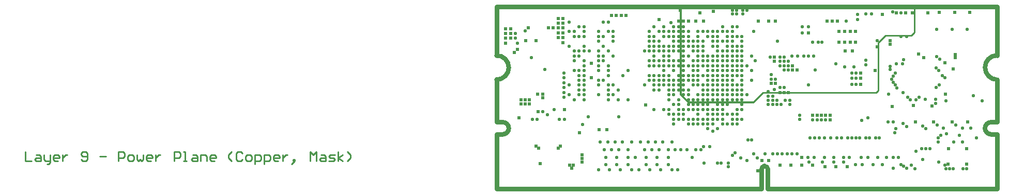
<source format=gbr>
G04 Layer_Physical_Order=9*
G04 Layer_Color=8421376*
%FSLAX24Y24*%
%MOIN*%
%TF.FileFunction,Copper,L9,Inr,Plane*%
%TF.Part,Single*%
G01*
G75*
%TA.AperFunction,NonConductor*%
%ADD55C,0.0100*%
%ADD63C,0.0300*%
%TA.AperFunction,ViaPad*%
%ADD64C,0.0220*%
%ADD65C,0.0240*%
%TA.AperFunction,TestPad*%
%ADD66C,0.0220*%
%TA.AperFunction,ViaPad*%
%ADD67C,0.0230*%
%TA.AperFunction,NonConductor*%
%ADD71C,0.0120*%
D55*
X16535Y5630D02*
X17165Y6260D01*
X23465D01*
X24843Y9724D02*
X25079Y9961D01*
X26732D01*
X26929Y10157D01*
Y11811D01*
X24488Y6260D02*
X24606Y6378D01*
Y9488D01*
X24843Y9724D01*
X23465Y6260D02*
X24488D01*
X-30400Y2400D02*
Y1800D01*
X-30000D01*
X-29700Y2200D02*
X-29500D01*
X-29400Y2100D01*
Y1800D01*
X-29700D01*
X-29800Y1900D01*
X-29700Y2000D01*
X-29400D01*
X-29200Y2200D02*
Y1900D01*
X-29100Y1800D01*
X-28801D01*
Y1700D01*
X-28900Y1600D01*
X-29000D01*
X-28801Y1800D02*
Y2200D01*
X-28301Y1800D02*
X-28501D01*
X-28601Y1900D01*
Y2100D01*
X-28501Y2200D01*
X-28301D01*
X-28201Y2100D01*
Y2000D01*
X-28601D01*
X-28001Y2200D02*
Y1800D01*
Y2000D01*
X-27901Y2100D01*
X-27801Y2200D01*
X-27701D01*
X-26801Y1900D02*
X-26701Y1800D01*
X-26501D01*
X-26401Y1900D01*
Y2300D01*
X-26501Y2400D01*
X-26701D01*
X-26801Y2300D01*
Y2200D01*
X-26701Y2100D01*
X-26401D01*
X-25602D02*
X-25202D01*
X-24402Y1800D02*
Y2400D01*
X-24102D01*
X-24002Y2300D01*
Y2100D01*
X-24102Y2000D01*
X-24402D01*
X-23702Y1800D02*
X-23502D01*
X-23402Y1900D01*
Y2100D01*
X-23502Y2200D01*
X-23702D01*
X-23802Y2100D01*
Y1900D01*
X-23702Y1800D01*
X-23202Y2200D02*
Y1900D01*
X-23102Y1800D01*
X-23002Y1900D01*
X-22902Y1800D01*
X-22802Y1900D01*
Y2200D01*
X-22303Y1800D02*
X-22503D01*
X-22603Y1900D01*
Y2100D01*
X-22503Y2200D01*
X-22303D01*
X-22203Y2100D01*
Y2000D01*
X-22603D01*
X-22003Y2200D02*
Y1800D01*
Y2000D01*
X-21903Y2100D01*
X-21803Y2200D01*
X-21703D01*
X-20803Y1800D02*
Y2400D01*
X-20503D01*
X-20403Y2300D01*
Y2100D01*
X-20503Y2000D01*
X-20803D01*
X-20203Y1800D02*
X-20003D01*
X-20103D01*
Y2400D01*
X-20203D01*
X-19603Y2200D02*
X-19404D01*
X-19304Y2100D01*
Y1800D01*
X-19603D01*
X-19703Y1900D01*
X-19603Y2000D01*
X-19304D01*
X-19104Y1800D02*
Y2200D01*
X-18804D01*
X-18704Y2100D01*
Y1800D01*
X-18204D02*
X-18404D01*
X-18504Y1900D01*
Y2100D01*
X-18404Y2200D01*
X-18204D01*
X-18104Y2100D01*
Y2000D01*
X-18504D01*
X-17104Y1800D02*
X-17304Y2000D01*
Y2200D01*
X-17104Y2400D01*
X-16405Y2300D02*
X-16504Y2400D01*
X-16704D01*
X-16804Y2300D01*
Y1900D01*
X-16704Y1800D01*
X-16504D01*
X-16405Y1900D01*
X-16105Y1800D02*
X-15905D01*
X-15805Y1900D01*
Y2100D01*
X-15905Y2200D01*
X-16105D01*
X-16205Y2100D01*
Y1900D01*
X-16105Y1800D01*
X-15605Y1600D02*
Y2200D01*
X-15305D01*
X-15205Y2100D01*
Y1900D01*
X-15305Y1800D01*
X-15605D01*
X-15005Y1600D02*
Y2200D01*
X-14705D01*
X-14605Y2100D01*
Y1900D01*
X-14705Y1800D01*
X-15005D01*
X-14105D02*
X-14305D01*
X-14405Y1900D01*
Y2100D01*
X-14305Y2200D01*
X-14105D01*
X-14005Y2100D01*
Y2000D01*
X-14405D01*
X-13805Y2200D02*
Y1800D01*
Y2000D01*
X-13705Y2100D01*
X-13605Y2200D01*
X-13505D01*
X-13106Y1700D02*
X-13006Y1800D01*
Y1900D01*
X-13106D01*
Y1800D01*
X-13006D01*
X-13106Y1700D01*
X-13206Y1600D01*
X-12006Y1800D02*
Y2400D01*
X-11806Y2200D01*
X-11606Y2400D01*
Y1800D01*
X-11306Y2200D02*
X-11106D01*
X-11006Y2100D01*
Y1800D01*
X-11306D01*
X-11406Y1900D01*
X-11306Y2000D01*
X-11006D01*
X-10806Y1800D02*
X-10506D01*
X-10406Y1900D01*
X-10506Y2000D01*
X-10706D01*
X-10806Y2100D01*
X-10706Y2200D01*
X-10406D01*
X-10207Y1800D02*
Y2400D01*
Y2000D02*
X-9907Y2200D01*
X-10207Y2000D02*
X-9907Y1800D01*
X-9607D02*
X-9407Y2000D01*
Y2200D01*
X-9607Y2400D01*
D63*
X394Y3543D02*
G03*
X787Y3937I0J394D01*
G01*
D02*
G03*
X394Y4331I-394J0D01*
G01*
X0Y7087D02*
G03*
X787Y7874I0J787D01*
G01*
D02*
G03*
X0Y8661I-787J0D01*
G01*
X32283D02*
G03*
X31496Y7874I0J-787D01*
G01*
D02*
G03*
X32283Y7087I787J0D01*
G01*
X31890Y4331D02*
G03*
X31496Y3937I0J-394D01*
G01*
D02*
G03*
X31890Y3543I394J0D01*
G01*
X17480Y1299D02*
G03*
X17283Y1496I-197J0D01*
G01*
X17283D02*
G03*
X17087Y1299I0J-197D01*
G01*
X-0Y-0D02*
X0Y0D01*
X17087D01*
Y1299D01*
X17283Y1496D02*
X17283D01*
X17480Y0D02*
Y1299D01*
Y0D02*
X32283D01*
Y3150D01*
Y3543D01*
X31890D02*
X32283D01*
X31890Y4331D02*
X32283D01*
Y7087D01*
X32283Y8661D02*
X32283D01*
Y11811D01*
X0D02*
X32283D01*
X0Y8661D02*
Y11811D01*
Y8661D02*
X0D01*
X0Y4331D02*
Y7087D01*
Y4331D02*
X394D01*
X0Y3543D02*
X394D01*
X0Y-0D02*
Y3543D01*
X-0Y-0D02*
X0Y-0D01*
D64*
X25591Y2047D02*
D03*
X25906D02*
D03*
X25157D02*
D03*
X22913Y3307D02*
D03*
X22638D02*
D03*
X22244D02*
D03*
X21929D02*
D03*
X21535D02*
D03*
X21142D02*
D03*
X20827D02*
D03*
X20512D02*
D03*
X20197D02*
D03*
X21024Y1732D02*
D03*
X17323Y2283D02*
D03*
X17795D02*
D03*
X18110D02*
D03*
X18425D02*
D03*
X18740D02*
D03*
X19055D02*
D03*
X19370D02*
D03*
X20079Y2047D02*
D03*
X20157Y1732D02*
D03*
X20472Y2047D02*
D03*
X21142D02*
D03*
X21732Y1732D02*
D03*
X22362Y2047D02*
D03*
Y1732D02*
D03*
X21732Y2047D02*
D03*
X22756D02*
D03*
X23504D02*
D03*
X23583Y1575D02*
D03*
X23150D02*
D03*
X24291D02*
D03*
X24567Y2047D02*
D03*
X23937D02*
D03*
X24882Y1575D02*
D03*
X16811Y2008D02*
D03*
X16575Y2283D02*
D03*
X15748Y2008D02*
D03*
X16142Y1850D02*
D03*
X13189Y2559D02*
D03*
X13346Y2756D02*
D03*
X12598Y2047D02*
D03*
X12835Y2559D02*
D03*
X11496D02*
D03*
X11693Y1260D02*
D03*
X11890Y2559D02*
D03*
X12283D02*
D03*
X11299Y3031D02*
D03*
X11063Y2047D02*
D03*
Y2559D02*
D03*
X10354Y2047D02*
D03*
X9646D02*
D03*
X8937D02*
D03*
X8701Y3031D02*
D03*
X8465Y2559D02*
D03*
Y2047D02*
D03*
X7756D02*
D03*
X7047D02*
D03*
X10472Y2559D02*
D03*
X10000D02*
D03*
X9528D02*
D03*
X7874D02*
D03*
X7402D02*
D03*
X6929D02*
D03*
X30748Y6063D02*
D03*
X30591Y3937D02*
D03*
X30945Y3307D02*
D03*
X22559Y10866D02*
D03*
X23031Y7913D02*
D03*
X21870Y8110D02*
D03*
X22441Y7913D02*
D03*
X12047Y10512D02*
D03*
X11732D02*
D03*
Y9882D02*
D03*
X11417Y9252D02*
D03*
X23268Y11299D02*
D03*
Y10984D02*
D03*
X12362Y10197D02*
D03*
X11417Y10512D02*
D03*
X23819Y8031D02*
D03*
Y8346D02*
D03*
X24173Y11339D02*
D03*
X26063Y9882D02*
D03*
X26457D02*
D03*
Y4055D02*
D03*
X26220Y4252D02*
D03*
X27677Y3898D02*
D03*
X27480Y4094D02*
D03*
X29606Y4134D02*
D03*
X28819Y3937D02*
D03*
X28425Y4134D02*
D03*
X30039Y3937D02*
D03*
X25591Y4331D02*
D03*
X15197Y2165D02*
D03*
X11417Y4213D02*
D03*
X24528Y9606D02*
D03*
X16220Y3189D02*
D03*
X16457D02*
D03*
X14961Y1457D02*
D03*
X27953Y2598D02*
D03*
X27402D02*
D03*
X27677D02*
D03*
X23819Y3307D02*
D03*
X23425D02*
D03*
X23189D02*
D03*
X24449D02*
D03*
X24055D02*
D03*
X24685D02*
D03*
X9843Y9882D02*
D03*
X11732Y5787D02*
D03*
X19528Y4764D02*
D03*
Y4528D02*
D03*
X11102Y9252D02*
D03*
X26063Y11417D02*
D03*
X19409Y8622D02*
D03*
X19803D02*
D03*
X20118D02*
D03*
X20433D02*
D03*
X19055D02*
D03*
X25669Y3661D02*
D03*
X28661Y3465D02*
D03*
X16457Y8622D02*
D03*
X15512Y8937D02*
D03*
X15827D02*
D03*
X14567Y8307D02*
D03*
X14882Y7992D02*
D03*
X14567D02*
D03*
X14882Y8307D02*
D03*
Y7677D02*
D03*
X15197Y8307D02*
D03*
X15512D02*
D03*
X15827D02*
D03*
X15197Y7677D02*
D03*
X16457D02*
D03*
X16142Y7992D02*
D03*
X16457Y7047D02*
D03*
X14252Y7992D02*
D03*
X15827Y7677D02*
D03*
Y7992D02*
D03*
X15512Y7677D02*
D03*
X13937Y8622D02*
D03*
X14567Y7677D02*
D03*
X15197Y7362D02*
D03*
X13937Y7992D02*
D03*
X14252Y7677D02*
D03*
X15827Y7047D02*
D03*
X14882Y7362D02*
D03*
Y7047D02*
D03*
X27047Y2441D02*
D03*
X15827Y8622D02*
D03*
X14882D02*
D03*
X15197D02*
D03*
X14567D02*
D03*
X15197Y9252D02*
D03*
X15512D02*
D03*
Y8622D02*
D03*
X26457Y1339D02*
D03*
X26732Y1535D02*
D03*
X26969Y1299D02*
D03*
X28465Y3031D02*
D03*
Y3307D02*
D03*
X28504Y1732D02*
D03*
X31299Y5709D02*
D03*
X11732Y9567D02*
D03*
X12047Y8937D02*
D03*
X12677Y9567D02*
D03*
Y9252D02*
D03*
X29843Y3465D02*
D03*
X29488Y3031D02*
D03*
X29016Y3583D02*
D03*
X13937Y9567D02*
D03*
Y10197D02*
D03*
X14252D02*
D03*
X14567Y10512D02*
D03*
X30039Y3031D02*
D03*
X20748Y9528D02*
D03*
X15197Y9882D02*
D03*
Y9567D02*
D03*
X14567Y10197D02*
D03*
X13622Y9882D02*
D03*
Y10197D02*
D03*
X14252Y9567D02*
D03*
X14882Y8937D02*
D03*
X15197D02*
D03*
X15827Y9882D02*
D03*
X18110Y9567D02*
D03*
X14882D02*
D03*
X20394Y9528D02*
D03*
X14567Y9567D02*
D03*
X13937Y9882D02*
D03*
X12047D02*
D03*
X13740Y2756D02*
D03*
X14488Y1693D02*
D03*
X14252D02*
D03*
X13386D02*
D03*
X15827Y5157D02*
D03*
X15512D02*
D03*
X15827Y6102D02*
D03*
Y6417D02*
D03*
X15512Y6102D02*
D03*
X15197Y6417D02*
D03*
X14567Y5157D02*
D03*
X15512Y4213D02*
D03*
X15197D02*
D03*
X15512Y4843D02*
D03*
Y4528D02*
D03*
X15197D02*
D03*
Y4843D02*
D03*
X14567Y4528D02*
D03*
Y4843D02*
D03*
X14882Y5787D02*
D03*
X14252Y4843D02*
D03*
Y4528D02*
D03*
X13937Y3740D02*
D03*
X13622Y5157D02*
D03*
Y3898D02*
D03*
Y4213D02*
D03*
X12992Y4843D02*
D03*
X12992Y5157D02*
D03*
Y4213D02*
D03*
X13307Y4528D02*
D03*
X12992D02*
D03*
X12362D02*
D03*
X12047D02*
D03*
X12677Y5472D02*
D03*
X11417Y4843D02*
D03*
Y4528D02*
D03*
X12362Y5157D02*
D03*
X8110Y3031D02*
D03*
X7638D02*
D03*
X7165D02*
D03*
X6693D02*
D03*
X14252Y5472D02*
D03*
X13937Y5787D02*
D03*
Y4843D02*
D03*
X13622D02*
D03*
Y5472D02*
D03*
X16575Y10197D02*
D03*
X25276Y6142D02*
D03*
X14567Y8937D02*
D03*
X19724Y10118D02*
D03*
X20118Y10512D02*
D03*
X19724D02*
D03*
X14252Y6102D02*
D03*
X13622Y4528D02*
D03*
Y5787D02*
D03*
X13307D02*
D03*
X12677D02*
D03*
X11417Y5472D02*
D03*
X11102Y5157D02*
D03*
X9173Y1260D02*
D03*
X9882D02*
D03*
X9646Y1575D02*
D03*
X10354D02*
D03*
X10591Y1260D02*
D03*
X11063Y1575D02*
D03*
X11299Y1260D02*
D03*
X8701D02*
D03*
X8465Y1575D02*
D03*
X7992Y1260D02*
D03*
X7756Y1575D02*
D03*
X7047D02*
D03*
X7283Y1260D02*
D03*
X6575D02*
D03*
X10787Y5157D02*
D03*
X13307Y6417D02*
D03*
X15197Y10512D02*
D03*
X13307Y10197D02*
D03*
X10157Y5157D02*
D03*
X4331Y7520D02*
D03*
Y7205D02*
D03*
Y6890D02*
D03*
Y6575D02*
D03*
Y6260D02*
D03*
Y5945D02*
D03*
X11102Y10197D02*
D03*
X6575Y9567D02*
D03*
X5315Y6732D02*
D03*
X10787Y7362D02*
D03*
Y7047D02*
D03*
X10472D02*
D03*
X10157Y6417D02*
D03*
X10787Y7677D02*
D03*
X11102Y6732D02*
D03*
X8465Y7677D02*
D03*
X5315Y6102D02*
D03*
X10787Y7992D02*
D03*
X10157Y7362D02*
D03*
X9843Y7047D02*
D03*
X5315Y6417D02*
D03*
X11102Y7362D02*
D03*
X5315Y7047D02*
D03*
X11417Y6417D02*
D03*
X8465Y5787D02*
D03*
X11102D02*
D03*
X10157Y6732D02*
D03*
X13307Y5472D02*
D03*
X15512Y6732D02*
D03*
X12047Y8307D02*
D03*
X11732Y8937D02*
D03*
X12992D02*
D03*
X12362Y6417D02*
D03*
X12047D02*
D03*
X12677Y7362D02*
D03*
X11732Y6417D02*
D03*
X5000Y9882D02*
D03*
X7520Y8622D02*
D03*
X10472Y6732D02*
D03*
X11102Y7047D02*
D03*
X10157D02*
D03*
X10787Y9252D02*
D03*
X7835Y5787D02*
D03*
X11102Y6417D02*
D03*
X5315Y7362D02*
D03*
X5000Y7677D02*
D03*
X9528Y6732D02*
D03*
X11102Y6102D02*
D03*
X10787Y6732D02*
D03*
X8150Y7362D02*
D03*
X10787Y8307D02*
D03*
Y8937D02*
D03*
X11417Y8307D02*
D03*
Y7992D02*
D03*
Y7677D02*
D03*
X7205Y8937D02*
D03*
X10787Y8622D02*
D03*
X5315Y8937D02*
D03*
X5630D02*
D03*
X10157Y8307D02*
D03*
X10472D02*
D03*
Y7992D02*
D03*
X10157D02*
D03*
X5000Y8937D02*
D03*
X5630Y8307D02*
D03*
X9843Y7992D02*
D03*
Y8307D02*
D03*
X6575Y8622D02*
D03*
X5630Y9252D02*
D03*
X10157D02*
D03*
X5315Y8622D02*
D03*
X6890Y9252D02*
D03*
X9843Y8937D02*
D03*
X9528D02*
D03*
X6575D02*
D03*
X10157Y8937D02*
D03*
X10472Y8937D02*
D03*
X11102D02*
D03*
X6890Y8307D02*
D03*
X5630Y9882D02*
D03*
X9843Y10197D02*
D03*
X10157Y9882D02*
D03*
Y9567D02*
D03*
X10472Y9252D02*
D03*
X6890Y10827D02*
D03*
X10787Y10197D02*
D03*
X5630Y10512D02*
D03*
X10157D02*
D03*
X6575Y10197D02*
D03*
Y9882D02*
D03*
X6890D02*
D03*
X5630Y10197D02*
D03*
X9843Y9567D02*
D03*
X5315Y10512D02*
D03*
X10787D02*
D03*
X5315Y9882D02*
D03*
X9843Y9252D02*
D03*
X7205Y10197D02*
D03*
X7835Y6417D02*
D03*
X9843Y7362D02*
D03*
X4055Y4528D02*
D03*
X4370D02*
D03*
X2992Y5000D02*
D03*
X5551Y4173D02*
D03*
X12362Y5472D02*
D03*
X11732Y5157D02*
D03*
Y4843D02*
D03*
X12677Y5157D02*
D03*
X2598Y4528D02*
D03*
X2323D02*
D03*
X12362Y4213D02*
D03*
X12677D02*
D03*
X11732Y4528D02*
D03*
X11102Y4843D02*
D03*
X7874Y4685D02*
D03*
X12047Y5157D02*
D03*
X5906Y4685D02*
D03*
X3701Y5157D02*
D03*
X11732Y9252D02*
D03*
X11260Y10787D02*
D03*
X1339Y9449D02*
D03*
X15197Y10197D02*
D03*
X15512Y9882D02*
D03*
X12992Y9567D02*
D03*
X25709Y7520D02*
D03*
X25591Y7323D02*
D03*
X25709Y6732D02*
D03*
X25827Y6535D02*
D03*
X25591Y6929D02*
D03*
X26220Y6260D02*
D03*
X14252Y9252D02*
D03*
Y8937D02*
D03*
X27244Y5945D02*
D03*
X27047Y5787D02*
D03*
X26693D02*
D03*
X26496Y5945D02*
D03*
X13937Y9252D02*
D03*
X12362Y9882D02*
D03*
X11102D02*
D03*
X12992Y9252D02*
D03*
X14882Y10197D02*
D03*
X15512Y10512D02*
D03*
X25472Y7126D02*
D03*
X14882Y9882D02*
D03*
X9291Y3031D02*
D03*
X9764D02*
D03*
X10236D02*
D03*
X10709D02*
D03*
X13307Y4213D02*
D03*
X28346Y6575D02*
D03*
X28543Y6732D02*
D03*
X28346Y7835D02*
D03*
X14252Y5787D02*
D03*
X14567Y5472D02*
D03*
X14882D02*
D03*
X13937Y4213D02*
D03*
Y4528D02*
D03*
X14252Y5157D02*
D03*
X14567Y4213D02*
D03*
X14882D02*
D03*
X14252Y3898D02*
D03*
X26260Y8386D02*
D03*
X26181Y8110D02*
D03*
X25787D02*
D03*
X27638Y5827D02*
D03*
X28307Y5551D02*
D03*
Y5827D02*
D03*
X28976Y5709D02*
D03*
X11417Y10197D02*
D03*
X12992Y9882D02*
D03*
X13307Y9567D02*
D03*
X30354Y10344D02*
D03*
X29370D02*
D03*
X28386D02*
D03*
Y8583D02*
D03*
X28583Y8425D02*
D03*
X28502Y7679D02*
D03*
X28740Y7362D02*
D03*
X28896Y7207D02*
D03*
X12992Y10197D02*
D03*
X30315Y1299D02*
D03*
X30079D02*
D03*
X12677Y8937D02*
D03*
X28898Y1535D02*
D03*
X29449Y1299D02*
D03*
X29213D02*
D03*
X28976D02*
D03*
X25591Y1339D02*
D03*
X26063Y1575D02*
D03*
X15827Y5472D02*
D03*
X15197Y5787D02*
D03*
Y6102D02*
D03*
X14567Y5787D02*
D03*
X15512Y6417D02*
D03*
X14252D02*
D03*
X14567D02*
D03*
X14882D02*
D03*
X15827Y5787D02*
D03*
X16142Y6102D02*
D03*
X14567Y6732D02*
D03*
X14882D02*
D03*
X14252D02*
D03*
Y7047D02*
D03*
X15197Y6732D02*
D03*
Y7047D02*
D03*
X15827Y6732D02*
D03*
X13937Y7047D02*
D03*
X14252Y7362D02*
D03*
Y8622D02*
D03*
X26260Y1496D02*
D03*
X25748Y3898D02*
D03*
X16693Y8307D02*
D03*
X25236Y4331D02*
D03*
X20984Y9528D02*
D03*
X20118Y6732D02*
D03*
X23937Y4606D02*
D03*
X13307Y6732D02*
D03*
X11417D02*
D03*
Y7047D02*
D03*
X12992Y7992D02*
D03*
X12677Y7677D02*
D03*
X13622Y7992D02*
D03*
X12992Y7677D02*
D03*
X13307Y7992D02*
D03*
Y7362D02*
D03*
X12992Y7047D02*
D03*
X12047D02*
D03*
X12362D02*
D03*
X12677D02*
D03*
X12992Y7362D02*
D03*
X12362Y7992D02*
D03*
X15394Y2362D02*
D03*
X27480Y1929D02*
D03*
X11417Y8937D02*
D03*
X14961Y1693D02*
D03*
X3268Y4803D02*
D03*
X20551Y7717D02*
D03*
D65*
X17992Y10866D02*
D03*
X23150Y10197D02*
D03*
X22795D02*
D03*
X22441D02*
D03*
X22087D02*
D03*
X23150Y9528D02*
D03*
X22795D02*
D03*
X22441D02*
D03*
X22087D02*
D03*
X22953Y8937D02*
D03*
X22480D02*
D03*
X21299Y10866D02*
D03*
X21654D02*
D03*
X21969D02*
D03*
X24409Y7677D02*
D03*
X27205Y8740D02*
D03*
X30394Y4331D02*
D03*
X29370D02*
D03*
X28189D02*
D03*
X27008D02*
D03*
X26870Y5413D02*
D03*
X28071Y5394D02*
D03*
X19685Y1535D02*
D03*
X16850Y1181D02*
D03*
X24882Y11299D02*
D03*
X11850Y11575D02*
D03*
X29587Y8701D02*
D03*
X2126Y5512D02*
D03*
Y5787D02*
D03*
X1575D02*
D03*
Y5512D02*
D03*
X1850D02*
D03*
X18819Y6260D02*
D03*
X18543D02*
D03*
X18268D02*
D03*
X17717Y6850D02*
D03*
X17992D02*
D03*
X17913Y8268D02*
D03*
Y8543D02*
D03*
X23465Y7165D02*
D03*
Y6772D02*
D03*
Y7520D02*
D03*
X16890Y10866D02*
D03*
X591Y9449D02*
D03*
Y9764D02*
D03*
Y10065D02*
D03*
Y10394D02*
D03*
X2047Y10433D02*
D03*
X4291Y9488D02*
D03*
X3976Y11063D02*
D03*
X21496Y4488D02*
D03*
Y4764D02*
D03*
X21220D02*
D03*
X20394Y1535D02*
D03*
X18976D02*
D03*
X18268D02*
D03*
X19685Y2047D02*
D03*
X17559Y1850D02*
D03*
X17126D02*
D03*
X25512Y5354D02*
D03*
X25787Y11417D02*
D03*
X26378D02*
D03*
X25394Y9606D02*
D03*
Y9370D02*
D03*
X29449Y7795D02*
D03*
X13110Y11417D02*
D03*
X20118Y10118D02*
D03*
X6614Y3858D02*
D03*
X7126D02*
D03*
X2795Y1654D02*
D03*
X1850Y5787D02*
D03*
X2638Y6142D02*
D03*
X9606Y5433D02*
D03*
X6102Y7205D02*
D03*
X4843Y1339D02*
D03*
X4961Y1535D02*
D03*
X4724D02*
D03*
X5512Y1732D02*
D03*
Y1969D02*
D03*
Y2205D02*
D03*
X2717Y2638D02*
D03*
X2559Y2795D02*
D03*
X4118Y2772D02*
D03*
X3971Y2632D02*
D03*
X2992Y6142D02*
D03*
Y5906D02*
D03*
X6102Y8150D02*
D03*
X5354Y3661D02*
D03*
X2677Y5000D02*
D03*
X1457Y4606D02*
D03*
X4370Y5157D02*
D03*
X1339Y9055D02*
D03*
X2559Y9606D02*
D03*
X906Y10394D02*
D03*
Y10079D02*
D03*
Y9764D02*
D03*
X1890Y9606D02*
D03*
X1142Y8858D02*
D03*
X3346Y10433D02*
D03*
X3661D02*
D03*
X3976D02*
D03*
Y10748D02*
D03*
Y10118D02*
D03*
X12047Y10866D02*
D03*
X12362D02*
D03*
X11732D02*
D03*
X12835D02*
D03*
X13982Y11530D02*
D03*
X27559Y8504D02*
D03*
X28898Y8189D02*
D03*
X29587Y8504D02*
D03*
X28937Y6142D02*
D03*
X24528Y9213D02*
D03*
X28543Y11457D02*
D03*
X29528D02*
D03*
X30512D02*
D03*
X27795Y11417D02*
D03*
X17559Y10866D02*
D03*
X26811Y11417D02*
D03*
X30325Y1614D02*
D03*
X29134Y2598D02*
D03*
X30315D02*
D03*
X29124Y1614D02*
D03*
X21890Y1457D02*
D03*
X22598D02*
D03*
X21181D02*
D03*
X20945Y4764D02*
D03*
X20669D02*
D03*
X20394D02*
D03*
X8346Y11260D02*
D03*
X8031D02*
D03*
X7717D02*
D03*
X7402D02*
D03*
X3976Y9803D02*
D03*
X4291D02*
D03*
Y10118D02*
D03*
Y10433D02*
D03*
Y10748D02*
D03*
Y11063D02*
D03*
X13346Y10866D02*
D03*
X10472Y10984D02*
D03*
X19094Y7992D02*
D03*
Y7717D02*
D03*
X19370D02*
D03*
D66*
X23819Y11339D02*
D03*
X23543Y4449D02*
D03*
D67*
X16142Y11575D02*
D03*
X15197D02*
D03*
X15472D02*
D03*
Y11339D02*
D03*
X15197D02*
D03*
X15866Y11575D02*
D03*
Y11339D02*
D03*
X25551Y11496D02*
D03*
X21220Y4488D02*
D03*
X20945D02*
D03*
X20669D02*
D03*
X20394D02*
D03*
X11417Y6102D02*
D03*
X11102Y8628D02*
D03*
X18543Y6575D02*
D03*
X17717Y7402D02*
D03*
X17992Y7126D02*
D03*
X17717D02*
D03*
X18268Y6575D02*
D03*
X17638Y8543D02*
D03*
X17913Y6457D02*
D03*
X18898Y5472D02*
D03*
Y5748D02*
D03*
X18622D02*
D03*
X18346Y5472D02*
D03*
X18071Y5748D02*
D03*
Y5472D02*
D03*
X17795D02*
D03*
Y5748D02*
D03*
Y6024D02*
D03*
X17520Y5472D02*
D03*
Y5748D02*
D03*
Y6024D02*
D03*
Y6299D02*
D03*
X23189Y6772D02*
D03*
X22913D02*
D03*
Y7520D02*
D03*
X23189D02*
D03*
Y7165D02*
D03*
X22913D02*
D03*
X1220Y9764D02*
D03*
Y10079D02*
D03*
X1850Y10236D02*
D03*
X15512Y7362D02*
D03*
X14567Y6102D02*
D03*
X14882D02*
D03*
X12992D02*
D03*
X3110Y7756D02*
D03*
X5984Y8937D02*
D03*
X5000Y5787D02*
D03*
X5630Y6417D02*
D03*
X6575Y7677D02*
D03*
X5630Y6732D02*
D03*
X6575D02*
D03*
Y7047D02*
D03*
X6890Y7047D02*
D03*
X5630Y7677D02*
D03*
X7205Y5787D02*
D03*
Y6102D02*
D03*
X5315Y7677D02*
D03*
X7205Y7362D02*
D03*
X10472D02*
D03*
X6575Y7992D02*
D03*
Y8307D02*
D03*
X10472Y6417D02*
D03*
X11417Y9567D02*
D03*
Y9882D02*
D03*
X12047Y7362D02*
D03*
X11732D02*
D03*
X12992Y5787D02*
D03*
Y5472D02*
D03*
X12362Y5787D02*
D03*
X14567Y7047D02*
D03*
X13937Y6102D02*
D03*
Y6732D02*
D03*
X13622Y6417D02*
D03*
X13937Y7362D02*
D03*
X13622Y7677D02*
D03*
X10472Y9567D02*
D03*
Y10197D02*
D03*
X12677Y4528D02*
D03*
X13307Y5157D02*
D03*
X13937D02*
D03*
X14882Y4843D02*
D03*
X15512Y5787D02*
D03*
X15827Y7362D02*
D03*
X15197Y7992D02*
D03*
X15827Y4528D02*
D03*
Y9567D02*
D03*
X14252Y8307D02*
D03*
X13622D02*
D03*
X13307Y8622D02*
D03*
X12047Y7677D02*
D03*
X12362Y8622D02*
D03*
X12992Y8307D02*
D03*
X11732D02*
D03*
Y7047D02*
D03*
X12047Y9252D02*
D03*
Y9567D02*
D03*
X11732Y10197D02*
D03*
X14567Y7362D02*
D03*
X12992Y6732D02*
D03*
X13937Y6417D02*
D03*
X13622Y6102D02*
D03*
Y6732D02*
D03*
Y7047D02*
D03*
Y7362D02*
D03*
X13937Y7677D02*
D03*
X15512Y7992D02*
D03*
X15827Y9252D02*
D03*
X14882D02*
D03*
X14252Y9882D02*
D03*
X13937Y8307D02*
D03*
X13622Y8622D02*
D03*
X13307Y8937D02*
D03*
X12047Y8622D02*
D03*
X12992D02*
D03*
X12677Y8307D02*
D03*
X12362Y9567D02*
D03*
Y9252D02*
D03*
X12047Y10197D02*
D03*
X12677Y6732D02*
D03*
X12047D02*
D03*
Y4843D02*
D03*
X11732Y5472D02*
D03*
X12362Y7362D02*
D03*
X11732Y6732D02*
D03*
X11102Y7992D02*
D03*
X11732Y7992D02*
D03*
X12047D02*
D03*
X12362Y6102D02*
D03*
X12047D02*
D03*
X5000Y8307D02*
D03*
X4685Y10827D02*
D03*
Y10197D02*
D03*
X5000D02*
D03*
X4685Y9252D02*
D03*
X5000Y8622D02*
D03*
X4685Y6732D02*
D03*
Y6102D02*
D03*
X7205Y10827D02*
D03*
X7520Y10197D02*
D03*
Y9882D02*
D03*
Y9567D02*
D03*
X6890Y8622D02*
D03*
X7205Y7992D02*
D03*
X7520Y6732D02*
D03*
Y6102D02*
D03*
X7205Y7677D02*
D03*
X5630Y7362D02*
D03*
Y5787D02*
D03*
Y7992D02*
D03*
X7205Y6732D02*
D03*
Y6417D02*
D03*
X5630Y6102D02*
D03*
X6575D02*
D03*
X5630Y7047D02*
D03*
X11102Y8307D02*
D03*
X10157Y8622D02*
D03*
X10787Y9882D02*
D03*
X2244Y8504D02*
D03*
X12677Y7992D02*
D03*
X13307Y8307D02*
D03*
Y9252D02*
D03*
X25394Y7953D02*
D03*
Y7756D02*
D03*
X13307Y6102D02*
D03*
X18268Y8543D02*
D03*
X18543D02*
D03*
X18268Y8268D02*
D03*
X18543D02*
D03*
X18819D02*
D03*
Y7992D02*
D03*
X18543D02*
D03*
X18268D02*
D03*
X18543Y7717D02*
D03*
X18819D02*
D03*
D71*
X12362Y5630D02*
X16535D01*
X11890Y6102D02*
Y11811D01*
Y6102D02*
X12362Y5630D01*
%TF.MD5,35ae4b3e5899b597cdfce33d1b1e0aaa*%
M02*

</source>
